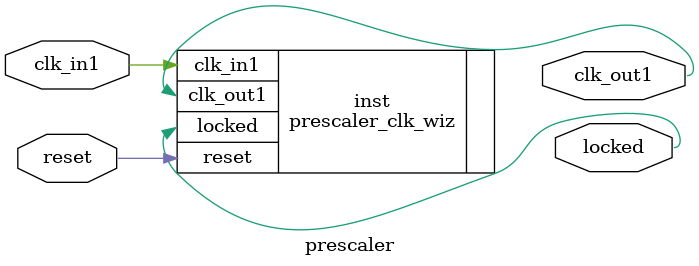
<source format=v>


`timescale 1ps/1ps

(* CORE_GENERATION_INFO = "prescaler,clk_wiz_v5_3_0,{component_name=prescaler,use_phase_alignment=true,use_min_o_jitter=false,use_max_i_jitter=false,use_dyn_phase_shift=false,use_inclk_switchover=false,use_dyn_reconfig=false,enable_axi=0,feedback_source=FDBK_AUTO,PRIMITIVE=PLL,num_out_clk=1,clkin1_period=10.0,clkin2_period=10.0,use_power_down=false,use_reset=true,use_locked=true,use_inclk_stopped=false,feedback_type=SINGLE,CLOCK_MGR_TYPE=NA,manual_override=false}" *)

module prescaler 
 (
 // Clock in ports
  input         clk_in1,
  // Clock out ports
  output        clk_out1,
  // Status and control signals
  input         reset,
  output        locked
 );

  prescaler_clk_wiz inst
  (
 // Clock in ports
  .clk_in1(clk_in1),
  // Clock out ports  
  .clk_out1(clk_out1),
  // Status and control signals               
  .reset(reset), 
  .locked(locked)            
  );

endmodule

</source>
